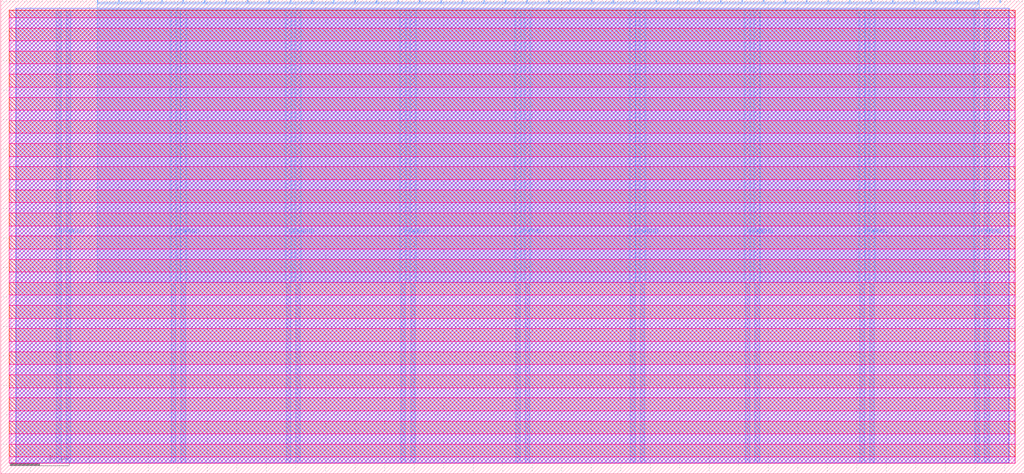
<source format=lef>
VERSION 5.7 ;
  NOWIREEXTENSIONATPIN ON ;
  DIVIDERCHAR "/" ;
  BUSBITCHARS "[]" ;
MACRO tt_um_kbeckmann_flame
  CLASS BLOCK ;
  FOREIGN tt_um_kbeckmann_flame ;
  ORIGIN 0.000 0.000 ;
  SIZE 346.640 BY 160.720 ;
  PIN VGND
    DIRECTION INOUT ;
    USE GROUND ;
    PORT
      LAYER Metal4 ;
        RECT 22.180 3.620 23.780 157.100 ;
    END
    PORT
      LAYER Metal4 ;
        RECT 61.050 3.620 62.650 157.100 ;
    END
    PORT
      LAYER Metal4 ;
        RECT 99.920 3.620 101.520 157.100 ;
    END
    PORT
      LAYER Metal4 ;
        RECT 138.790 3.620 140.390 157.100 ;
    END
    PORT
      LAYER Metal4 ;
        RECT 177.660 3.620 179.260 157.100 ;
    END
    PORT
      LAYER Metal4 ;
        RECT 216.530 3.620 218.130 157.100 ;
    END
    PORT
      LAYER Metal4 ;
        RECT 255.400 3.620 257.000 157.100 ;
    END
    PORT
      LAYER Metal4 ;
        RECT 294.270 3.620 295.870 157.100 ;
    END
    PORT
      LAYER Metal4 ;
        RECT 333.140 3.620 334.740 157.100 ;
    END
  END VGND
  PIN VPWR
    DIRECTION INOUT ;
    USE POWER ;
    PORT
      LAYER Metal4 ;
        RECT 18.880 3.620 20.480 157.100 ;
    END
    PORT
      LAYER Metal4 ;
        RECT 57.750 3.620 59.350 157.100 ;
    END
    PORT
      LAYER Metal4 ;
        RECT 96.620 3.620 98.220 157.100 ;
    END
    PORT
      LAYER Metal4 ;
        RECT 135.490 3.620 137.090 157.100 ;
    END
    PORT
      LAYER Metal4 ;
        RECT 174.360 3.620 175.960 157.100 ;
    END
    PORT
      LAYER Metal4 ;
        RECT 213.230 3.620 214.830 157.100 ;
    END
    PORT
      LAYER Metal4 ;
        RECT 252.100 3.620 253.700 157.100 ;
    END
    PORT
      LAYER Metal4 ;
        RECT 290.970 3.620 292.570 157.100 ;
    END
    PORT
      LAYER Metal4 ;
        RECT 329.840 3.620 331.440 157.100 ;
    END
  END VPWR
  PIN clk
    DIRECTION INPUT ;
    USE SIGNAL ;
    ANTENNAGATEAREA 4.738000 ;
    PORT
      LAYER Metal4 ;
        RECT 331.090 159.720 331.390 160.720 ;
    END
  END clk
  PIN ena
    DIRECTION INPUT ;
    USE SIGNAL ;
    PORT
      LAYER Metal4 ;
        RECT 338.370 159.720 338.670 160.720 ;
    END
  END ena
  PIN rst_n
    DIRECTION INPUT ;
    USE SIGNAL ;
    ANTENNAGATEAREA 1.102000 ;
    PORT
      LAYER Metal4 ;
        RECT 323.810 159.720 324.110 160.720 ;
    END
  END rst_n
  PIN ui_in[0]
    DIRECTION INPUT ;
    USE SIGNAL ;
    PORT
      LAYER Metal4 ;
        RECT 316.530 159.720 316.830 160.720 ;
    END
  END ui_in[0]
  PIN ui_in[1]
    DIRECTION INPUT ;
    USE SIGNAL ;
    PORT
      LAYER Metal4 ;
        RECT 309.250 159.720 309.550 160.720 ;
    END
  END ui_in[1]
  PIN ui_in[2]
    DIRECTION INPUT ;
    USE SIGNAL ;
    PORT
      LAYER Metal4 ;
        RECT 301.970 159.720 302.270 160.720 ;
    END
  END ui_in[2]
  PIN ui_in[3]
    DIRECTION INPUT ;
    USE SIGNAL ;
    PORT
      LAYER Metal4 ;
        RECT 294.690 159.720 294.990 160.720 ;
    END
  END ui_in[3]
  PIN ui_in[4]
    DIRECTION INPUT ;
    USE SIGNAL ;
    PORT
      LAYER Metal4 ;
        RECT 287.410 159.720 287.710 160.720 ;
    END
  END ui_in[4]
  PIN ui_in[5]
    DIRECTION INPUT ;
    USE SIGNAL ;
    PORT
      LAYER Metal4 ;
        RECT 280.130 159.720 280.430 160.720 ;
    END
  END ui_in[5]
  PIN ui_in[6]
    DIRECTION INPUT ;
    USE SIGNAL ;
    PORT
      LAYER Metal4 ;
        RECT 272.850 159.720 273.150 160.720 ;
    END
  END ui_in[6]
  PIN ui_in[7]
    DIRECTION INPUT ;
    USE SIGNAL ;
    PORT
      LAYER Metal4 ;
        RECT 265.570 159.720 265.870 160.720 ;
    END
  END ui_in[7]
  PIN uio_in[0]
    DIRECTION INPUT ;
    USE SIGNAL ;
    PORT
      LAYER Metal4 ;
        RECT 258.290 159.720 258.590 160.720 ;
    END
  END uio_in[0]
  PIN uio_in[1]
    DIRECTION INPUT ;
    USE SIGNAL ;
    PORT
      LAYER Metal4 ;
        RECT 251.010 159.720 251.310 160.720 ;
    END
  END uio_in[1]
  PIN uio_in[2]
    DIRECTION INPUT ;
    USE SIGNAL ;
    PORT
      LAYER Metal4 ;
        RECT 243.730 159.720 244.030 160.720 ;
    END
  END uio_in[2]
  PIN uio_in[3]
    DIRECTION INPUT ;
    USE SIGNAL ;
    PORT
      LAYER Metal4 ;
        RECT 236.450 159.720 236.750 160.720 ;
    END
  END uio_in[3]
  PIN uio_in[4]
    DIRECTION INPUT ;
    USE SIGNAL ;
    PORT
      LAYER Metal4 ;
        RECT 229.170 159.720 229.470 160.720 ;
    END
  END uio_in[4]
  PIN uio_in[5]
    DIRECTION INPUT ;
    USE SIGNAL ;
    PORT
      LAYER Metal4 ;
        RECT 221.890 159.720 222.190 160.720 ;
    END
  END uio_in[5]
  PIN uio_in[6]
    DIRECTION INPUT ;
    USE SIGNAL ;
    PORT
      LAYER Metal4 ;
        RECT 214.610 159.720 214.910 160.720 ;
    END
  END uio_in[6]
  PIN uio_in[7]
    DIRECTION INPUT ;
    USE SIGNAL ;
    PORT
      LAYER Metal4 ;
        RECT 207.330 159.720 207.630 160.720 ;
    END
  END uio_in[7]
  PIN uio_oe[0]
    DIRECTION OUTPUT ;
    USE SIGNAL ;
    ANTENNADIFFAREA 0.360800 ;
    PORT
      LAYER Metal4 ;
        RECT 83.570 159.720 83.870 160.720 ;
    END
  END uio_oe[0]
  PIN uio_oe[1]
    DIRECTION OUTPUT ;
    USE SIGNAL ;
    ANTENNADIFFAREA 0.360800 ;
    PORT
      LAYER Metal4 ;
        RECT 76.290 159.720 76.590 160.720 ;
    END
  END uio_oe[1]
  PIN uio_oe[2]
    DIRECTION OUTPUT ;
    USE SIGNAL ;
    ANTENNADIFFAREA 0.360800 ;
    PORT
      LAYER Metal4 ;
        RECT 69.010 159.720 69.310 160.720 ;
    END
  END uio_oe[2]
  PIN uio_oe[3]
    DIRECTION OUTPUT ;
    USE SIGNAL ;
    ANTENNADIFFAREA 0.360800 ;
    PORT
      LAYER Metal4 ;
        RECT 61.730 159.720 62.030 160.720 ;
    END
  END uio_oe[3]
  PIN uio_oe[4]
    DIRECTION OUTPUT ;
    USE SIGNAL ;
    ANTENNADIFFAREA 0.360800 ;
    PORT
      LAYER Metal4 ;
        RECT 54.450 159.720 54.750 160.720 ;
    END
  END uio_oe[4]
  PIN uio_oe[5]
    DIRECTION OUTPUT ;
    USE SIGNAL ;
    ANTENNADIFFAREA 0.360800 ;
    PORT
      LAYER Metal4 ;
        RECT 47.170 159.720 47.470 160.720 ;
    END
  END uio_oe[5]
  PIN uio_oe[6]
    DIRECTION OUTPUT ;
    USE SIGNAL ;
    ANTENNADIFFAREA 0.360800 ;
    PORT
      LAYER Metal4 ;
        RECT 39.890 159.720 40.190 160.720 ;
    END
  END uio_oe[6]
  PIN uio_oe[7]
    DIRECTION OUTPUT ;
    USE SIGNAL ;
    ANTENNADIFFAREA 0.536800 ;
    PORT
      LAYER Metal4 ;
        RECT 32.610 159.720 32.910 160.720 ;
    END
  END uio_oe[7]
  PIN uio_out[0]
    DIRECTION OUTPUT ;
    USE SIGNAL ;
    ANTENNADIFFAREA 0.360800 ;
    PORT
      LAYER Metal4 ;
        RECT 141.810 159.720 142.110 160.720 ;
    END
  END uio_out[0]
  PIN uio_out[1]
    DIRECTION OUTPUT ;
    USE SIGNAL ;
    ANTENNADIFFAREA 0.360800 ;
    PORT
      LAYER Metal4 ;
        RECT 134.530 159.720 134.830 160.720 ;
    END
  END uio_out[1]
  PIN uio_out[2]
    DIRECTION OUTPUT ;
    USE SIGNAL ;
    ANTENNADIFFAREA 0.360800 ;
    PORT
      LAYER Metal4 ;
        RECT 127.250 159.720 127.550 160.720 ;
    END
  END uio_out[2]
  PIN uio_out[3]
    DIRECTION OUTPUT ;
    USE SIGNAL ;
    ANTENNADIFFAREA 0.360800 ;
    PORT
      LAYER Metal4 ;
        RECT 119.970 159.720 120.270 160.720 ;
    END
  END uio_out[3]
  PIN uio_out[4]
    DIRECTION OUTPUT ;
    USE SIGNAL ;
    ANTENNADIFFAREA 0.360800 ;
    PORT
      LAYER Metal4 ;
        RECT 112.690 159.720 112.990 160.720 ;
    END
  END uio_out[4]
  PIN uio_out[5]
    DIRECTION OUTPUT ;
    USE SIGNAL ;
    ANTENNADIFFAREA 0.360800 ;
    PORT
      LAYER Metal4 ;
        RECT 105.410 159.720 105.710 160.720 ;
    END
  END uio_out[5]
  PIN uio_out[6]
    DIRECTION OUTPUT ;
    USE SIGNAL ;
    ANTENNADIFFAREA 0.360800 ;
    PORT
      LAYER Metal4 ;
        RECT 98.130 159.720 98.430 160.720 ;
    END
  END uio_out[6]
  PIN uio_out[7]
    DIRECTION OUTPUT ;
    USE SIGNAL ;
    ANTENNADIFFAREA 1.986000 ;
    PORT
      LAYER Metal4 ;
        RECT 90.850 159.720 91.150 160.720 ;
    END
  END uio_out[7]
  PIN uo_out[0]
    DIRECTION OUTPUT ;
    USE SIGNAL ;
    ANTENNADIFFAREA 4.295200 ;
    PORT
      LAYER Metal4 ;
        RECT 200.050 159.720 200.350 160.720 ;
    END
  END uo_out[0]
  PIN uo_out[1]
    DIRECTION OUTPUT ;
    USE SIGNAL ;
    ANTENNADIFFAREA 4.295200 ;
    PORT
      LAYER Metal4 ;
        RECT 192.770 159.720 193.070 160.720 ;
    END
  END uo_out[1]
  PIN uo_out[2]
    DIRECTION OUTPUT ;
    USE SIGNAL ;
    ANTENNADIFFAREA 2.932000 ;
    PORT
      LAYER Metal4 ;
        RECT 185.490 159.720 185.790 160.720 ;
    END
  END uo_out[2]
  PIN uo_out[3]
    DIRECTION OUTPUT ;
    USE SIGNAL ;
    ANTENNADIFFAREA 1.986000 ;
    PORT
      LAYER Metal4 ;
        RECT 178.210 159.720 178.510 160.720 ;
    END
  END uo_out[3]
  PIN uo_out[4]
    DIRECTION OUTPUT ;
    USE SIGNAL ;
    ANTENNADIFFAREA 2.963600 ;
    PORT
      LAYER Metal4 ;
        RECT 170.930 159.720 171.230 160.720 ;
    END
  END uo_out[4]
  PIN uo_out[5]
    DIRECTION OUTPUT ;
    USE SIGNAL ;
    ANTENNADIFFAREA 3.879200 ;
    PORT
      LAYER Metal4 ;
        RECT 163.650 159.720 163.950 160.720 ;
    END
  END uo_out[5]
  PIN uo_out[6]
    DIRECTION OUTPUT ;
    USE SIGNAL ;
    ANTENNADIFFAREA 2.963600 ;
    PORT
      LAYER Metal4 ;
        RECT 156.370 159.720 156.670 160.720 ;
    END
  END uo_out[6]
  PIN uo_out[7]
    DIRECTION OUTPUT ;
    USE SIGNAL ;
    ANTENNADIFFAREA 2.080400 ;
    PORT
      LAYER Metal4 ;
        RECT 149.090 159.720 149.390 160.720 ;
    END
  END uo_out[7]
  OBS
      LAYER Nwell ;
        RECT 2.930 154.640 343.710 157.230 ;
      LAYER Pwell ;
        RECT 2.930 151.120 343.710 154.640 ;
      LAYER Nwell ;
        RECT 2.930 146.800 343.710 151.120 ;
      LAYER Pwell ;
        RECT 2.930 143.280 343.710 146.800 ;
      LAYER Nwell ;
        RECT 2.930 138.960 343.710 143.280 ;
      LAYER Pwell ;
        RECT 2.930 135.440 343.710 138.960 ;
      LAYER Nwell ;
        RECT 2.930 131.120 343.710 135.440 ;
      LAYER Pwell ;
        RECT 2.930 127.600 343.710 131.120 ;
      LAYER Nwell ;
        RECT 2.930 123.280 343.710 127.600 ;
      LAYER Pwell ;
        RECT 2.930 119.760 343.710 123.280 ;
      LAYER Nwell ;
        RECT 2.930 115.440 343.710 119.760 ;
      LAYER Pwell ;
        RECT 2.930 111.920 343.710 115.440 ;
      LAYER Nwell ;
        RECT 2.930 107.600 343.710 111.920 ;
      LAYER Pwell ;
        RECT 2.930 104.080 343.710 107.600 ;
      LAYER Nwell ;
        RECT 2.930 99.760 343.710 104.080 ;
      LAYER Pwell ;
        RECT 2.930 96.240 343.710 99.760 ;
      LAYER Nwell ;
        RECT 2.930 91.920 343.710 96.240 ;
      LAYER Pwell ;
        RECT 2.930 88.400 343.710 91.920 ;
      LAYER Nwell ;
        RECT 2.930 84.080 343.710 88.400 ;
      LAYER Pwell ;
        RECT 2.930 80.560 343.710 84.080 ;
      LAYER Nwell ;
        RECT 2.930 76.240 343.710 80.560 ;
      LAYER Pwell ;
        RECT 2.930 72.720 343.710 76.240 ;
      LAYER Nwell ;
        RECT 2.930 68.400 343.710 72.720 ;
      LAYER Pwell ;
        RECT 2.930 64.880 343.710 68.400 ;
      LAYER Nwell ;
        RECT 2.930 60.560 343.710 64.880 ;
      LAYER Pwell ;
        RECT 2.930 57.040 343.710 60.560 ;
      LAYER Nwell ;
        RECT 2.930 52.720 343.710 57.040 ;
      LAYER Pwell ;
        RECT 2.930 49.200 343.710 52.720 ;
      LAYER Nwell ;
        RECT 2.930 44.880 343.710 49.200 ;
      LAYER Pwell ;
        RECT 2.930 41.360 343.710 44.880 ;
      LAYER Nwell ;
        RECT 2.930 37.040 343.710 41.360 ;
      LAYER Pwell ;
        RECT 2.930 33.520 343.710 37.040 ;
      LAYER Nwell ;
        RECT 2.930 29.200 343.710 33.520 ;
      LAYER Pwell ;
        RECT 2.930 25.680 343.710 29.200 ;
      LAYER Nwell ;
        RECT 2.930 21.360 343.710 25.680 ;
      LAYER Pwell ;
        RECT 2.930 17.840 343.710 21.360 ;
      LAYER Nwell ;
        RECT 2.930 13.520 343.710 17.840 ;
      LAYER Pwell ;
        RECT 2.930 10.000 343.710 13.520 ;
      LAYER Nwell ;
        RECT 2.930 5.680 343.710 10.000 ;
      LAYER Pwell ;
        RECT 2.930 3.490 343.710 5.680 ;
      LAYER Metal1 ;
        RECT 3.360 3.620 343.280 157.100 ;
      LAYER Metal2 ;
        RECT 5.180 3.730 341.460 157.830 ;
      LAYER Metal3 ;
        RECT 5.130 3.780 341.510 157.780 ;
      LAYER Metal4 ;
        RECT 33.210 159.420 39.590 159.890 ;
        RECT 40.490 159.420 46.870 159.890 ;
        RECT 47.770 159.420 54.150 159.890 ;
        RECT 55.050 159.420 61.430 159.890 ;
        RECT 62.330 159.420 68.710 159.890 ;
        RECT 69.610 159.420 75.990 159.890 ;
        RECT 76.890 159.420 83.270 159.890 ;
        RECT 84.170 159.420 90.550 159.890 ;
        RECT 91.450 159.420 97.830 159.890 ;
        RECT 98.730 159.420 105.110 159.890 ;
        RECT 106.010 159.420 112.390 159.890 ;
        RECT 113.290 159.420 119.670 159.890 ;
        RECT 120.570 159.420 126.950 159.890 ;
        RECT 127.850 159.420 134.230 159.890 ;
        RECT 135.130 159.420 141.510 159.890 ;
        RECT 142.410 159.420 148.790 159.890 ;
        RECT 149.690 159.420 156.070 159.890 ;
        RECT 156.970 159.420 163.350 159.890 ;
        RECT 164.250 159.420 170.630 159.890 ;
        RECT 171.530 159.420 177.910 159.890 ;
        RECT 178.810 159.420 185.190 159.890 ;
        RECT 186.090 159.420 192.470 159.890 ;
        RECT 193.370 159.420 199.750 159.890 ;
        RECT 200.650 159.420 207.030 159.890 ;
        RECT 207.930 159.420 214.310 159.890 ;
        RECT 215.210 159.420 221.590 159.890 ;
        RECT 222.490 159.420 228.870 159.890 ;
        RECT 229.770 159.420 236.150 159.890 ;
        RECT 237.050 159.420 243.430 159.890 ;
        RECT 244.330 159.420 250.710 159.890 ;
        RECT 251.610 159.420 257.990 159.890 ;
        RECT 258.890 159.420 265.270 159.890 ;
        RECT 266.170 159.420 272.550 159.890 ;
        RECT 273.450 159.420 279.830 159.890 ;
        RECT 280.730 159.420 287.110 159.890 ;
        RECT 288.010 159.420 294.390 159.890 ;
        RECT 295.290 159.420 301.670 159.890 ;
        RECT 302.570 159.420 308.950 159.890 ;
        RECT 309.850 159.420 316.230 159.890 ;
        RECT 317.130 159.420 323.510 159.890 ;
        RECT 324.410 159.420 330.790 159.890 ;
        RECT 32.620 157.400 331.380 159.420 ;
        RECT 32.620 65.050 57.450 157.400 ;
        RECT 59.650 65.050 60.750 157.400 ;
        RECT 62.950 65.050 96.320 157.400 ;
        RECT 98.520 65.050 99.620 157.400 ;
        RECT 101.820 65.050 135.190 157.400 ;
        RECT 137.390 65.050 138.490 157.400 ;
        RECT 140.690 65.050 174.060 157.400 ;
        RECT 176.260 65.050 177.360 157.400 ;
        RECT 179.560 65.050 212.930 157.400 ;
        RECT 215.130 65.050 216.230 157.400 ;
        RECT 218.430 65.050 251.800 157.400 ;
        RECT 254.000 65.050 255.100 157.400 ;
        RECT 257.300 65.050 290.670 157.400 ;
        RECT 292.870 65.050 293.970 157.400 ;
        RECT 296.170 65.050 329.540 157.400 ;
  END
END tt_um_kbeckmann_flame
END LIBRARY


</source>
